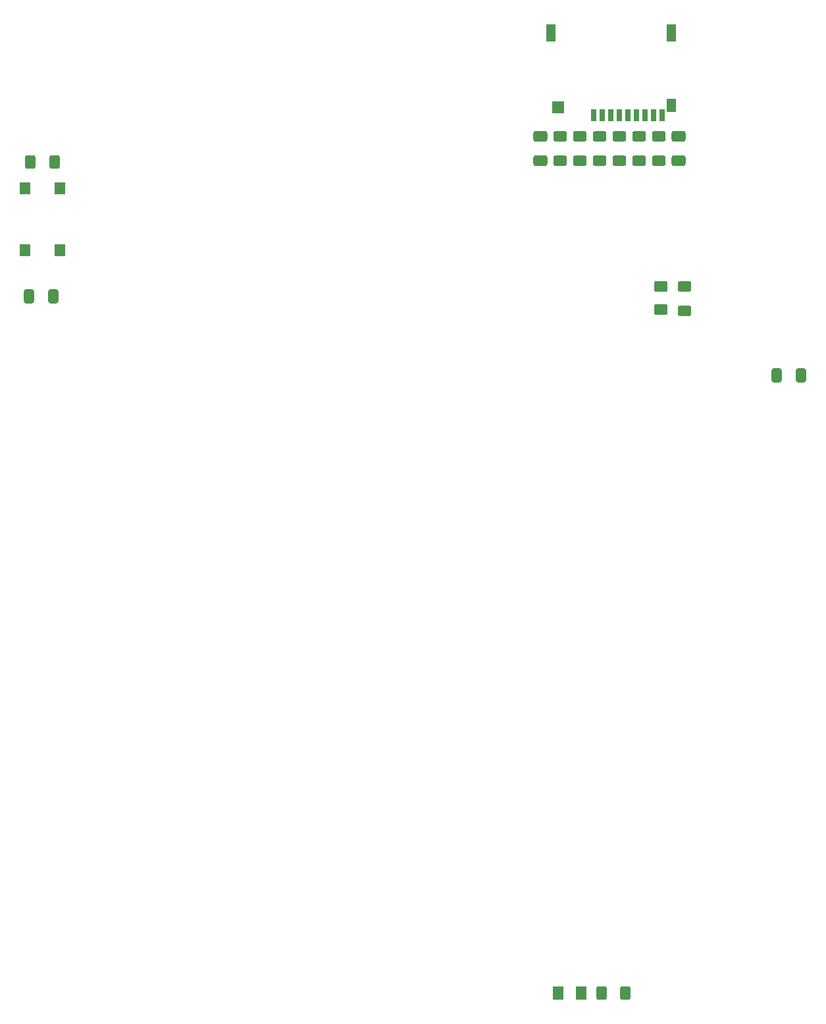
<source format=gbr>
%TF.GenerationSoftware,KiCad,Pcbnew,9.0.1*%
%TF.CreationDate,2025-10-08T20:15:02+11:00*%
%TF.ProjectId,Remora Nucleo F446ZE Hat,52656d6f-7261-4204-9e75-636c656f2046,rev?*%
%TF.SameCoordinates,Original*%
%TF.FileFunction,Paste,Top*%
%TF.FilePolarity,Positive*%
%FSLAX46Y46*%
G04 Gerber Fmt 4.6, Leading zero omitted, Abs format (unit mm)*
G04 Created by KiCad (PCBNEW 9.0.1) date 2025-10-08 20:15:02*
%MOMM*%
%LPD*%
G01*
G04 APERTURE LIST*
G04 Aperture macros list*
%AMRoundRect*
0 Rectangle with rounded corners*
0 $1 Rounding radius*
0 $2 $3 $4 $5 $6 $7 $8 $9 X,Y pos of 4 corners*
0 Add a 4 corners polygon primitive as box body*
4,1,4,$2,$3,$4,$5,$6,$7,$8,$9,$2,$3,0*
0 Add four circle primitives for the rounded corners*
1,1,$1+$1,$2,$3*
1,1,$1+$1,$4,$5*
1,1,$1+$1,$6,$7*
1,1,$1+$1,$8,$9*
0 Add four rect primitives between the rounded corners*
20,1,$1+$1,$2,$3,$4,$5,0*
20,1,$1+$1,$4,$5,$6,$7,0*
20,1,$1+$1,$6,$7,$8,$9,0*
20,1,$1+$1,$8,$9,$2,$3,0*%
G04 Aperture macros list end*
%ADD10RoundRect,0.250000X0.625000X-0.400000X0.625000X0.400000X-0.625000X0.400000X-0.625000X-0.400000X0*%
%ADD11RoundRect,0.250000X-0.650000X0.412500X-0.650000X-0.412500X0.650000X-0.412500X0.650000X0.412500X0*%
%ADD12RoundRect,0.250001X-0.462499X-0.624999X0.462499X-0.624999X0.462499X0.624999X-0.462499X0.624999X0*%
%ADD13R,0.700000X1.600000*%
%ADD14R,1.600000X1.500000*%
%ADD15R,1.200000X1.800000*%
%ADD16R,1.200000X2.200000*%
%ADD17RoundRect,0.250000X0.400000X0.625000X-0.400000X0.625000X-0.400000X-0.625000X0.400000X-0.625000X0*%
%ADD18RoundRect,0.250000X0.412500X0.650000X-0.412500X0.650000X-0.412500X-0.650000X0.412500X-0.650000X0*%
%ADD19RoundRect,0.250000X-0.412500X-0.650000X0.412500X-0.650000X0.412500X0.650000X-0.412500X0.650000X0*%
%ADD20RoundRect,0.250001X0.624999X-0.462499X0.624999X0.462499X-0.624999X0.462499X-0.624999X-0.462499X0*%
%ADD21R,1.400000X1.600000*%
G04 APERTURE END LIST*
D10*
%TO.C,R32*%
X171196000Y-49836000D03*
X171196000Y-46736000D03*
%TD*%
%TO.C,R26*%
X178816000Y-49836000D03*
X178816000Y-46736000D03*
%TD*%
D11*
%TO.C,C53*%
X181356000Y-46711000D03*
X181356000Y-49836000D03*
%TD*%
D12*
%TO.C,D8*%
X165860000Y-156845000D03*
X168835000Y-156845000D03*
%TD*%
D10*
%TO.C,R33*%
X173736000Y-49836000D03*
X173736000Y-46736000D03*
%TD*%
D13*
%TO.C,J4*%
X170472000Y-44020000D03*
X171572000Y-44020000D03*
X172672000Y-44020000D03*
X173772000Y-44020000D03*
X174872000Y-44020000D03*
X175972000Y-44020000D03*
X177072000Y-44020000D03*
X178172000Y-44020000D03*
D14*
X165872000Y-42970000D03*
D15*
X180472000Y-42720000D03*
D16*
X164972000Y-33420000D03*
X180472000Y-33420000D03*
D13*
X179272000Y-44020000D03*
%TD*%
D17*
%TO.C,R17*%
X174550000Y-156845000D03*
X171450000Y-156845000D03*
%TD*%
D10*
%TO.C,R30*%
X166116000Y-49836000D03*
X166116000Y-46736000D03*
%TD*%
%TO.C,R1*%
X182118000Y-69140000D03*
X182118000Y-66040000D03*
%TD*%
%TO.C,R31*%
X168656000Y-49836000D03*
X168656000Y-46736000D03*
%TD*%
D18*
%TO.C,C22*%
X197142500Y-77470000D03*
X194017500Y-77470000D03*
%TD*%
D19*
%TO.C,C24*%
X97790000Y-67310000D03*
X100915000Y-67310000D03*
%TD*%
D11*
%TO.C,C54*%
X163576000Y-46711000D03*
X163576000Y-49836000D03*
%TD*%
D10*
%TO.C,R25*%
X176276000Y-49836000D03*
X176276000Y-46736000D03*
%TD*%
D17*
%TO.C,R19*%
X101092000Y-50038000D03*
X97992000Y-50038000D03*
%TD*%
D20*
%TO.C,D1*%
X179070000Y-69015000D03*
X179070000Y-66040000D03*
%TD*%
D21*
%TO.C,SW2*%
X97318000Y-61404000D03*
X97318000Y-53404000D03*
X101818000Y-61404000D03*
X101818000Y-53404000D03*
%TD*%
M02*

</source>
